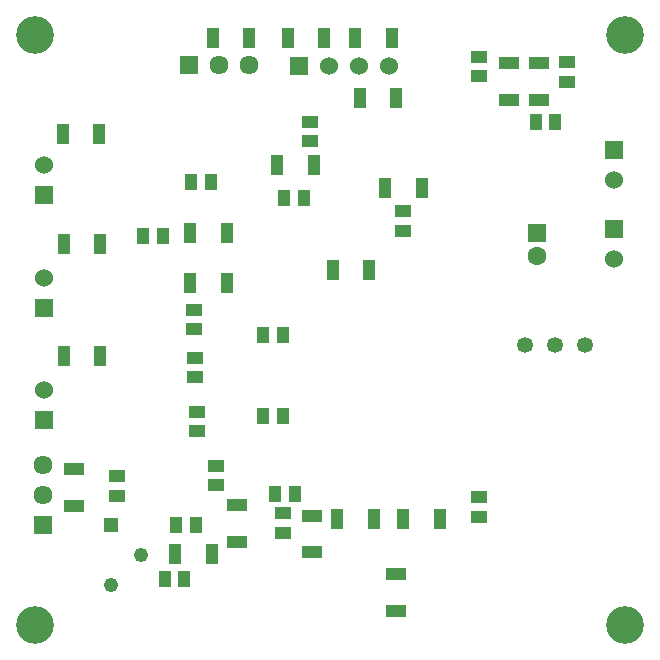
<source format=gbr>
%TF.GenerationSoftware,KiCad,Pcbnew,8.0.0*%
%TF.CreationDate,2024-04-17T18:05:47+02:00*%
%TF.ProjectId,TSAL,5453414c-2e6b-4696-9361-645f70636258,V2.1*%
%TF.SameCoordinates,Original*%
%TF.FileFunction,Soldermask,Bot*%
%TF.FilePolarity,Negative*%
%FSLAX46Y46*%
G04 Gerber Fmt 4.6, Leading zero omitted, Abs format (unit mm)*
G04 Created by KiCad (PCBNEW 8.0.0) date 2024-04-17 18:05:47*
%MOMM*%
%LPD*%
G01*
G04 APERTURE LIST*
%ADD10C,3.200000*%
%ADD11R,1.530000X1.530000*%
%ADD12C,1.530000*%
%ADD13R,1.600000X1.600000*%
%ADD14C,1.600000*%
%ADD15R,1.610000X1.610000*%
%ADD16C,1.610000*%
%ADD17C,1.350000*%
%ADD18R,1.217000X1.217000*%
%ADD19C,1.217000*%
%ADD20R,1.070000X1.470000*%
%ADD21R,1.470000X1.070000*%
%ADD22R,1.800000X1.050000*%
%ADD23R,1.050000X1.800000*%
G04 APERTURE END LIST*
D10*
%TO.C,H1*%
X152750000Y-30250000D03*
%TD*%
D11*
%TO.C,J7*%
X125095000Y-32902680D03*
D12*
X127635000Y-32902680D03*
X130175000Y-32902680D03*
X132715000Y-32902680D03*
%TD*%
D11*
%TO.C,J6*%
X151840000Y-46720000D03*
D12*
X151840000Y-49260000D03*
%TD*%
D13*
%TO.C,C13*%
X145295120Y-47012197D03*
D14*
X145295120Y-49012197D03*
%TD*%
D11*
%TO.C,J2*%
X103505000Y-53340000D03*
D12*
X103505000Y-50800000D03*
%TD*%
D10*
%TO.C,H2*%
X102750000Y-30250000D03*
%TD*%
D15*
%TO.C,J8*%
X115815000Y-32827680D03*
D16*
X118355000Y-32827680D03*
X120895000Y-32827680D03*
%TD*%
D15*
%TO.C,J4*%
X103430000Y-71755000D03*
D16*
X103430000Y-69215000D03*
X103430000Y-66675000D03*
%TD*%
D10*
%TO.C,H4*%
X152750000Y-80250000D03*
%TD*%
D11*
%TO.C,J9*%
X151765000Y-40005000D03*
D12*
X151765000Y-42545000D03*
%TD*%
D17*
%TO.C,PS1*%
X149342320Y-56515000D03*
X146802320Y-56515000D03*
X144262320Y-56515000D03*
%TD*%
D18*
%TO.C,RV1*%
X109215000Y-71755000D03*
D19*
X111755000Y-74295000D03*
X109215000Y-76835000D03*
%TD*%
D10*
%TO.C,H3*%
X102750000Y-80250000D03*
%TD*%
D11*
%TO.C,J1*%
X103505000Y-43815000D03*
D12*
X103505000Y-41275000D03*
%TD*%
D11*
%TO.C,J3*%
X103505000Y-62865000D03*
D12*
X103505000Y-60325000D03*
%TD*%
D20*
%TO.C,C19*%
X145210872Y-37613489D03*
X146850872Y-37613489D03*
%TD*%
D21*
%TO.C,C21*%
X118110000Y-68384000D03*
X118110000Y-66744000D03*
%TD*%
D22*
%TO.C,R17*%
X145415000Y-35727500D03*
X145415000Y-32627500D03*
%TD*%
D20*
%TO.C,C17*%
X122116000Y-62484000D03*
X123756000Y-62484000D03*
%TD*%
D23*
%TO.C,R10*%
X117755000Y-74168000D03*
X114655000Y-74168000D03*
%TD*%
D22*
%TO.C,R35*%
X126238000Y-70967000D03*
X126238000Y-74067000D03*
%TD*%
D21*
%TO.C,C1*%
X123747236Y-70766062D03*
X123747236Y-72406062D03*
%TD*%
D20*
%TO.C,C11*%
X122100905Y-55652074D03*
X123740905Y-55652074D03*
%TD*%
D23*
%TO.C,R5*%
X108305000Y-47990000D03*
X105205000Y-47990000D03*
%TD*%
D21*
%TO.C,C7*%
X109728000Y-69277650D03*
X109728000Y-67637650D03*
%TD*%
D23*
%TO.C,R34*%
X135535000Y-43180000D03*
X132435000Y-43180000D03*
%TD*%
D20*
%TO.C,C14*%
X123132000Y-69088000D03*
X124772000Y-69088000D03*
%TD*%
D21*
%TO.C,C5*%
X147790967Y-34222001D03*
X147790967Y-32582001D03*
%TD*%
D23*
%TO.C,R32*%
X123265000Y-41275000D03*
X126365000Y-41275000D03*
%TD*%
%TO.C,R33*%
X133959000Y-71247000D03*
X137059000Y-71247000D03*
%TD*%
D20*
%TO.C,C18*%
X114750000Y-71755000D03*
X116390000Y-71755000D03*
%TD*%
D23*
%TO.C,R11*%
X124180000Y-30480000D03*
X127280000Y-30480000D03*
%TD*%
%TO.C,R14*%
X130276000Y-35560000D03*
X133376000Y-35560000D03*
%TD*%
D21*
%TO.C,C3*%
X133975279Y-46818306D03*
X133975279Y-45178306D03*
%TD*%
D22*
%TO.C,R16*%
X106045000Y-70130000D03*
X106045000Y-67030000D03*
%TD*%
D21*
%TO.C,C20*%
X116528000Y-63812000D03*
X116528000Y-62172000D03*
%TD*%
D20*
%TO.C,C2*%
X113792000Y-76327000D03*
X115432000Y-76327000D03*
%TD*%
%TO.C,C16*%
X116020000Y-42672000D03*
X117660000Y-42672000D03*
%TD*%
D22*
%TO.C,R19*%
X119888000Y-73178000D03*
X119888000Y-70078000D03*
%TD*%
D23*
%TO.C,R12*%
X132995000Y-30480000D03*
X129895000Y-30480000D03*
%TD*%
D20*
%TO.C,C4*%
X123894000Y-44069000D03*
X125534000Y-44069000D03*
%TD*%
D23*
%TO.C,R29*%
X131090000Y-50165000D03*
X127990000Y-50165000D03*
%TD*%
D22*
%TO.C,R15*%
X142875000Y-32627500D03*
X142875000Y-35727500D03*
%TD*%
D21*
%TO.C,C8*%
X140393322Y-71052060D03*
X140393322Y-69412060D03*
%TD*%
%TO.C,C15*%
X140335000Y-32087500D03*
X140335000Y-33727500D03*
%TD*%
%TO.C,C9*%
X126091553Y-37634380D03*
X126091553Y-39274380D03*
%TD*%
D23*
%TO.C,R36*%
X131471000Y-71247000D03*
X128371000Y-71247000D03*
%TD*%
D21*
%TO.C,C12*%
X116332000Y-59240000D03*
X116332000Y-57600000D03*
%TD*%
%TO.C,C6*%
X116205000Y-55176000D03*
X116205000Y-53536000D03*
%TD*%
D23*
%TO.C,R9*%
X119025000Y-46990000D03*
X115925000Y-46990000D03*
%TD*%
%TO.C,R8*%
X108305000Y-57404000D03*
X105205000Y-57404000D03*
%TD*%
%TO.C,R13*%
X117830000Y-30480000D03*
X120930000Y-30480000D03*
%TD*%
%TO.C,R31*%
X115918450Y-51243969D03*
X119018450Y-51243969D03*
%TD*%
%TO.C,R3*%
X108230000Y-38608000D03*
X105130000Y-38608000D03*
%TD*%
D20*
%TO.C,C10*%
X111956000Y-47244000D03*
X113596000Y-47244000D03*
%TD*%
D22*
%TO.C,R1*%
X133350000Y-79020000D03*
X133350000Y-75920000D03*
%TD*%
M02*

</source>
